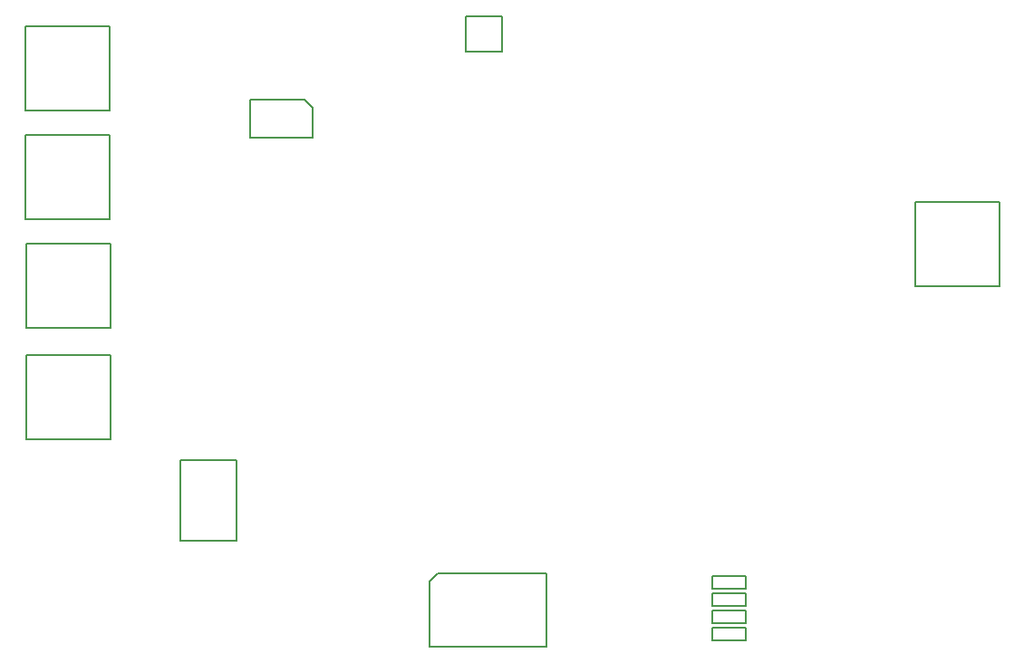
<source format=gbr>
G04 Layer_Color=16711935*
%FSLAX45Y45*%
%MOMM*%
%TF.FileFunction,Other,Mechanical_1*%
%TF.Part,Single*%
G01*
G75*
%TA.AperFunction,NonConductor*%
%ADD108C,0.12700*%
D108*
X4631322Y5961643D02*
Y6286763D01*
X4288422Y5961643D02*
X4631322D01*
X4288422D02*
Y6286763D01*
X4631322D01*
X1626982Y1387013D02*
Y2141393D01*
Y1387013D02*
X2150222D01*
Y2141393D01*
X1626982D02*
X2150222D01*
X6912079Y616981D02*
Y733821D01*
X6597119D02*
X6912079D01*
X6597119Y616981D02*
Y733821D01*
Y616981D02*
X6912079D01*
X3953900Y1006700D02*
X4030100Y1082900D01*
X3953900Y397100D02*
Y1006700D01*
Y397100D02*
X5046100D01*
Y1082900D01*
X4030100D02*
X5046100D01*
X2788900Y5507800D02*
X2865100Y5431600D01*
Y5152200D02*
Y5431600D01*
X2280900Y5152200D02*
X2865100D01*
X2280900D02*
Y5507800D01*
X2788900D01*
X174902Y6197903D02*
X962302D01*
Y5410503D02*
Y6197903D01*
X174902Y5410503D02*
X962302D01*
X174902D02*
Y6197903D01*
X6912079Y456982D02*
Y573822D01*
X6597119D02*
X6912079D01*
X6597119Y456982D02*
Y573822D01*
Y456982D02*
X6912079D01*
X189900Y3117901D02*
X977300D01*
Y2330501D02*
Y3117901D01*
X189900Y2330501D02*
X977300D01*
X189900D02*
Y3117901D01*
X6912079Y776981D02*
Y893821D01*
X6597119D02*
X6912079D01*
X6597119Y776981D02*
Y893821D01*
Y776981D02*
X6912079D01*
X179902Y5182903D02*
X967302D01*
Y4395503D02*
Y5182903D01*
X179902Y4395503D02*
X967302D01*
X179902D02*
Y5182903D01*
X189901Y4162902D02*
X977301D01*
Y3375502D02*
Y4162902D01*
X189901Y3375502D02*
X977301D01*
X189901D02*
Y4162902D01*
X6912079Y936982D02*
Y1053822D01*
X6597119D02*
X6912079D01*
X6597119Y936982D02*
Y1053822D01*
Y936982D02*
X6912079D01*
X8491300Y4553700D02*
X9278700D01*
Y3766300D02*
Y4553700D01*
X8491300Y3766300D02*
X9278700D01*
X8491300D02*
Y4553700D01*
%TF.MD5,4116b4ffb67fba41a721d530c8ba5813*%
M02*

</source>
